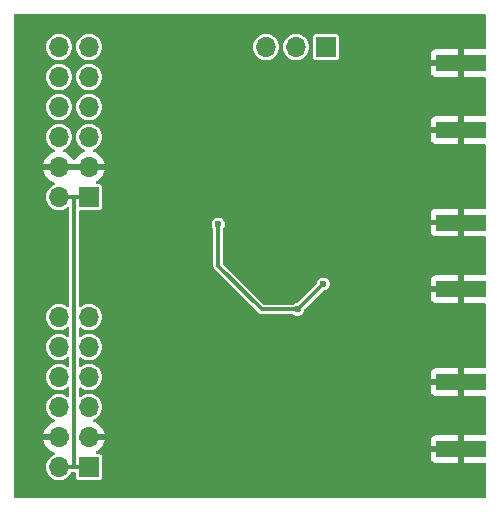
<source format=gbl>
G04 #@! TF.GenerationSoftware,KiCad,Pcbnew,7.0.8*
G04 #@! TF.CreationDate,2023-12-20T18:07:39+01:00*
G04 #@! TF.ProjectId,sx1255_eval,73783132-3535-45f6-9576-616c2e6b6963,rev?*
G04 #@! TF.SameCoordinates,Original*
G04 #@! TF.FileFunction,Copper,L2,Bot*
G04 #@! TF.FilePolarity,Positive*
%FSLAX46Y46*%
G04 Gerber Fmt 4.6, Leading zero omitted, Abs format (unit mm)*
G04 Created by KiCad (PCBNEW 7.0.8) date 2023-12-20 18:07:39*
%MOMM*%
%LPD*%
G01*
G04 APERTURE LIST*
G04 #@! TA.AperFunction,ComponentPad*
%ADD10R,1.700000X1.700000*%
G04 #@! TD*
G04 #@! TA.AperFunction,ComponentPad*
%ADD11O,1.700000X1.700000*%
G04 #@! TD*
G04 #@! TA.AperFunction,SMDPad,CuDef*
%ADD12R,4.200000X1.350000*%
G04 #@! TD*
G04 #@! TA.AperFunction,ViaPad*
%ADD13C,0.600000*%
G04 #@! TD*
G04 #@! TA.AperFunction,Conductor*
%ADD14C,0.300000*%
G04 #@! TD*
G04 APERTURE END LIST*
D10*
X131144000Y-111872000D03*
D11*
X128604000Y-111872000D03*
X131144000Y-109332000D03*
X128604000Y-109332000D03*
X131144000Y-106792000D03*
X128604000Y-106792000D03*
X131144000Y-104252000D03*
X128604000Y-104252000D03*
X131144000Y-101712000D03*
X128604000Y-101712000D03*
X131144000Y-99172000D03*
X128604000Y-99172000D03*
D12*
X162652000Y-83325000D03*
X162652000Y-77675000D03*
X162652000Y-110325000D03*
X162652000Y-104675000D03*
D10*
X151210000Y-76312000D03*
D11*
X148670000Y-76312000D03*
X146130000Y-76312000D03*
D10*
X131144000Y-89012000D03*
D11*
X128604000Y-89012000D03*
X131144000Y-86472000D03*
X128604000Y-86472000D03*
X131144000Y-83932000D03*
X128604000Y-83932000D03*
X131144000Y-81392000D03*
X128604000Y-81392000D03*
X131144000Y-78852000D03*
X128604000Y-78852000D03*
X131144000Y-76312000D03*
X128604000Y-76312000D03*
D12*
X162652000Y-96825000D03*
X162652000Y-91175000D03*
D13*
X150956000Y-96378000D03*
X148797000Y-98537000D03*
X142066000Y-91298000D03*
X156826467Y-105213043D03*
X156036000Y-94854000D03*
X158622836Y-81500000D03*
X137240000Y-85202000D03*
X135970000Y-90028000D03*
X162640000Y-76058000D03*
X156511385Y-108500000D03*
X157985575Y-94171573D03*
X157568154Y-108500000D03*
X161370000Y-84948000D03*
X130890000Y-90536000D03*
X141050000Y-91552000D03*
X152988000Y-77328000D03*
X138764000Y-85202000D03*
X146335200Y-104624460D03*
X133938000Y-90536000D03*
X162640000Y-112126000D03*
X133176000Y-110602000D03*
X156814000Y-99380000D03*
X154764935Y-103761204D03*
X155454616Y-108500000D03*
X156815205Y-96950932D03*
X152488000Y-105760000D03*
X145114000Y-93330000D03*
X155454616Y-106500000D03*
X149940000Y-93076000D03*
X145876000Y-94250000D03*
X147400000Y-79868000D03*
X146638000Y-93330000D03*
X134954000Y-98156000D03*
X136732000Y-96378000D03*
X154766000Y-100696000D03*
X161370000Y-89520000D03*
X162640000Y-98410000D03*
X145114000Y-95108000D03*
X144098000Y-76566000D03*
X152988000Y-75312000D03*
X150448000Y-98918000D03*
X162640000Y-89520000D03*
X146927584Y-107991611D03*
X153242000Y-100696000D03*
X146130000Y-103744000D03*
X156755371Y-77268157D03*
X126572000Y-86472000D03*
X139780000Y-90536000D03*
X126572000Y-78852000D03*
X147989537Y-106278799D03*
X156814000Y-100570000D03*
X163910000Y-84948000D03*
X142066000Y-103490000D03*
X152226000Y-88504000D03*
X128604000Y-95616000D03*
X139272000Y-100950000D03*
X150211065Y-103761204D03*
X149940000Y-79868000D03*
X133176000Y-109332000D03*
X146993531Y-105620467D03*
X152226000Y-85333692D03*
X162640000Y-102982000D03*
X155880255Y-105612772D03*
X133938000Y-106284000D03*
X126572000Y-108062000D03*
X144251488Y-104645743D03*
X155466022Y-78807236D03*
X161370000Y-102982000D03*
X151718000Y-97394000D03*
X163910000Y-98410000D03*
X151464000Y-78598000D03*
X142828000Y-97394000D03*
X155267475Y-75780261D03*
X157360961Y-94987534D03*
X158814000Y-100570000D03*
X152488000Y-103760000D03*
X158624924Y-106500000D03*
X158243267Y-78756053D03*
X151325000Y-105760000D03*
X146638000Y-95108000D03*
X156213640Y-79554854D03*
X126572000Y-75042000D03*
X156036000Y-97902000D03*
X159681693Y-106500000D03*
X156961257Y-80302471D03*
X150194000Y-81138000D03*
X137494000Y-102728000D03*
X158812795Y-97049068D03*
X153341077Y-106500000D03*
X158814000Y-99380000D03*
X126572000Y-87742000D03*
X156011423Y-76524209D03*
X156511385Y-106500000D03*
X133176000Y-85202000D03*
X148040680Y-104881321D03*
X149114000Y-106500000D03*
X132414000Y-92060000D03*
X154366304Y-75312000D03*
X163910000Y-89520000D03*
X152226000Y-89560769D03*
X133176000Y-108062000D03*
X152226000Y-87447230D03*
X133176000Y-87742000D03*
X152226000Y-90617538D03*
X152226000Y-84276923D03*
X152988000Y-78598000D03*
X151227539Y-106500000D03*
X135716000Y-104506000D03*
X126572000Y-77582000D03*
X153341077Y-108500000D03*
X156814000Y-98190000D03*
X162640000Y-84948000D03*
X149114000Y-108500000D03*
X159829739Y-95262419D03*
X147400000Y-78598000D03*
X153651000Y-105760000D03*
X159076417Y-96015741D03*
X150170770Y-106500000D03*
X152226000Y-83220153D03*
X153651000Y-103760000D03*
X156036000Y-93330000D03*
X158814000Y-98190000D03*
X156551585Y-102744263D03*
X157499319Y-78012105D03*
X130890000Y-93584000D03*
X161370000Y-98410000D03*
X143844000Y-99426000D03*
X154397847Y-108500000D03*
X163910000Y-102982000D03*
X155798263Y-103497585D03*
X156961232Y-95933744D03*
X157568154Y-106500000D03*
X153242000Y-92060000D03*
X159681693Y-108500000D03*
X126572000Y-110602000D03*
X154718404Y-78059618D03*
X150112935Y-105758796D03*
X145210411Y-106622028D03*
X133176000Y-99934000D03*
X149940000Y-78598000D03*
X163910000Y-112126000D03*
X145991977Y-107403593D03*
X151227539Y-108500000D03*
X143590000Y-103490000D03*
X126572000Y-76312000D03*
X135208000Y-85964000D03*
X151210000Y-82154000D03*
X156036000Y-96378000D03*
X154766000Y-92060000D03*
X128604000Y-91552000D03*
X154397847Y-106500000D03*
X158987214Y-79500000D03*
X126572000Y-109332000D03*
X126572000Y-85202000D03*
X147400032Y-103930608D03*
X148670000Y-97140000D03*
X158812796Y-101809065D03*
X151325000Y-103760000D03*
X157642428Y-104588428D03*
X161370000Y-76058000D03*
X146130000Y-78598000D03*
X157708875Y-81050089D03*
X128604000Y-93584000D03*
X158267043Y-103772467D03*
X158666772Y-102826255D03*
X152284308Y-108500000D03*
X133176000Y-86472000D03*
X153970786Y-77312000D03*
X158801536Y-93546959D03*
X158624924Y-108500000D03*
X137240000Y-86726000D03*
X147968263Y-108362514D03*
X156815204Y-101710935D03*
X159846000Y-79500000D03*
X150170770Y-108500000D03*
X148991393Y-105521971D03*
X163910000Y-76058000D03*
X140288000Y-85202000D03*
X141050000Y-99172000D03*
X152226000Y-86390461D03*
X159747747Y-93147231D03*
X144622392Y-105686422D03*
X151210000Y-91806000D03*
X156036000Y-99426000D03*
X152284308Y-106500000D03*
X159846000Y-81500000D03*
X154814000Y-105760000D03*
X161370000Y-112126000D03*
X138764000Y-89266000D03*
D14*
X142066000Y-94854000D02*
X145749000Y-98537000D01*
X129874000Y-111872000D02*
X131144000Y-111872000D01*
X150956000Y-96378000D02*
X148797000Y-98537000D01*
X145749000Y-98537000D02*
X148797000Y-98537000D01*
X131144000Y-89012000D02*
X129874000Y-89012000D01*
X142066000Y-91298000D02*
X142066000Y-94854000D01*
X129874000Y-89012000D02*
X128604000Y-89012000D01*
X129874000Y-89012000D02*
X129874000Y-111872000D01*
X128604000Y-111872000D02*
X129874000Y-111872000D01*
G04 #@! TA.AperFunction,Conductor*
G36*
X129416539Y-109101685D02*
G01*
X129462294Y-109154489D01*
X129473500Y-109206000D01*
X129473500Y-109458000D01*
X129453815Y-109525039D01*
X129401011Y-109570794D01*
X129349500Y-109582000D01*
X129037686Y-109582000D01*
X129063493Y-109541844D01*
X129104000Y-109403889D01*
X129104000Y-109260111D01*
X129063493Y-109122156D01*
X129037686Y-109082000D01*
X129349500Y-109082000D01*
X129416539Y-109101685D01*
G37*
G04 #@! TD.AperFunction*
G04 #@! TA.AperFunction,Conductor*
G36*
X130684507Y-109122156D02*
G01*
X130644000Y-109260111D01*
X130644000Y-109403889D01*
X130684507Y-109541844D01*
X130710314Y-109582000D01*
X130398500Y-109582000D01*
X130331461Y-109562315D01*
X130285706Y-109509511D01*
X130274500Y-109458000D01*
X130274500Y-109206000D01*
X130294185Y-109138961D01*
X130346989Y-109093206D01*
X130398500Y-109082000D01*
X130710314Y-109082000D01*
X130684507Y-109122156D01*
G37*
G04 #@! TD.AperFunction*
G04 #@! TA.AperFunction,Conductor*
G36*
X130684507Y-86262156D02*
G01*
X130644000Y-86400111D01*
X130644000Y-86543889D01*
X130684507Y-86681844D01*
X130710314Y-86722000D01*
X129037686Y-86722000D01*
X129063493Y-86681844D01*
X129104000Y-86543889D01*
X129104000Y-86400111D01*
X129063493Y-86262156D01*
X129037686Y-86222000D01*
X130710314Y-86222000D01*
X130684507Y-86262156D01*
G37*
G04 #@! TD.AperFunction*
G04 #@! TA.AperFunction,Conductor*
G36*
X164694539Y-73520185D02*
G01*
X164740294Y-73572989D01*
X164751500Y-73624500D01*
X164751500Y-76376000D01*
X164731815Y-76443039D01*
X164679011Y-76488794D01*
X164627500Y-76500000D01*
X162902000Y-76500000D01*
X162902000Y-78850000D01*
X164627500Y-78850000D01*
X164694539Y-78869685D01*
X164740294Y-78922489D01*
X164751500Y-78974000D01*
X164751500Y-82026000D01*
X164731815Y-82093039D01*
X164679011Y-82138794D01*
X164627500Y-82150000D01*
X162902000Y-82150000D01*
X162902000Y-84500000D01*
X164627500Y-84500000D01*
X164694539Y-84519685D01*
X164740294Y-84572489D01*
X164751500Y-84624000D01*
X164751500Y-89876000D01*
X164731815Y-89943039D01*
X164679011Y-89988794D01*
X164627500Y-90000000D01*
X162902000Y-90000000D01*
X162902000Y-92350000D01*
X164627500Y-92350000D01*
X164694539Y-92369685D01*
X164740294Y-92422489D01*
X164751500Y-92474000D01*
X164751500Y-95526000D01*
X164731815Y-95593039D01*
X164679011Y-95638794D01*
X164627500Y-95650000D01*
X162902000Y-95650000D01*
X162902000Y-98000000D01*
X164627500Y-98000000D01*
X164694539Y-98019685D01*
X164740294Y-98072489D01*
X164751500Y-98124000D01*
X164751500Y-103376000D01*
X164731815Y-103443039D01*
X164679011Y-103488794D01*
X164627500Y-103500000D01*
X162902000Y-103500000D01*
X162902000Y-105850000D01*
X164627500Y-105850000D01*
X164694539Y-105869685D01*
X164740294Y-105922489D01*
X164751500Y-105974000D01*
X164751500Y-109026000D01*
X164731815Y-109093039D01*
X164679011Y-109138794D01*
X164627500Y-109150000D01*
X162902000Y-109150000D01*
X162902000Y-111500000D01*
X164627500Y-111500000D01*
X164694539Y-111519685D01*
X164740294Y-111572489D01*
X164751500Y-111624000D01*
X164751500Y-114375500D01*
X164731815Y-114442539D01*
X164679011Y-114488294D01*
X164627500Y-114499500D01*
X124876500Y-114499500D01*
X124809461Y-114479815D01*
X124763706Y-114427011D01*
X124752500Y-114375500D01*
X124752500Y-109582000D01*
X127273364Y-109582000D01*
X127330567Y-109795486D01*
X127330570Y-109795492D01*
X127430399Y-110009578D01*
X127565894Y-110203082D01*
X127732917Y-110370105D01*
X127926421Y-110505600D01*
X128140507Y-110605429D01*
X128140516Y-110605433D01*
X128179583Y-110615901D01*
X128239244Y-110652266D01*
X128269773Y-110715113D01*
X128261479Y-110784488D01*
X128216993Y-110838366D01*
X128192284Y-110851302D01*
X128111373Y-110882647D01*
X128111357Y-110882655D01*
X127937960Y-110990017D01*
X127937958Y-110990019D01*
X127787237Y-111127418D01*
X127664327Y-111290178D01*
X127573422Y-111472739D01*
X127573417Y-111472752D01*
X127517602Y-111668917D01*
X127498785Y-111871999D01*
X127498785Y-111872000D01*
X127517602Y-112075082D01*
X127573417Y-112271247D01*
X127573422Y-112271260D01*
X127664327Y-112453821D01*
X127787237Y-112616581D01*
X127937958Y-112753980D01*
X127937960Y-112753982D01*
X128037141Y-112815392D01*
X128111363Y-112861348D01*
X128301544Y-112935024D01*
X128502024Y-112972500D01*
X128502026Y-112972500D01*
X128705974Y-112972500D01*
X128705976Y-112972500D01*
X128906456Y-112935024D01*
X129096637Y-112861348D01*
X129270041Y-112753981D01*
X129420764Y-112616579D01*
X129543673Y-112453821D01*
X129599737Y-112341228D01*
X129647239Y-112289992D01*
X129710737Y-112272500D01*
X129832725Y-112272500D01*
X129852120Y-112274026D01*
X129874000Y-112277492D01*
X129895879Y-112274026D01*
X129915275Y-112272500D01*
X129919500Y-112272500D01*
X129986539Y-112292185D01*
X130032294Y-112344989D01*
X130043500Y-112396500D01*
X130043500Y-112746678D01*
X130058032Y-112819735D01*
X130058033Y-112819739D01*
X130058034Y-112819740D01*
X130113399Y-112902601D01*
X130196260Y-112957966D01*
X130196264Y-112957967D01*
X130269321Y-112972499D01*
X130269324Y-112972500D01*
X130269326Y-112972500D01*
X132018676Y-112972500D01*
X132018677Y-112972499D01*
X132091740Y-112957966D01*
X132174601Y-112902601D01*
X132229966Y-112819740D01*
X132244500Y-112746674D01*
X132244500Y-110997326D01*
X132244500Y-110997323D01*
X132244499Y-110997321D01*
X132229967Y-110924264D01*
X132229966Y-110924260D01*
X132210190Y-110894663D01*
X132174601Y-110841399D01*
X132091740Y-110786034D01*
X132091739Y-110786033D01*
X132091735Y-110786032D01*
X132018677Y-110771500D01*
X132018674Y-110771500D01*
X131810682Y-110771500D01*
X131743643Y-110751815D01*
X131697888Y-110699011D01*
X131687944Y-110629853D01*
X131712994Y-110575000D01*
X160052000Y-110575000D01*
X160052000Y-111047844D01*
X160058401Y-111107372D01*
X160058403Y-111107379D01*
X160108645Y-111242086D01*
X160108649Y-111242093D01*
X160194809Y-111357187D01*
X160194812Y-111357190D01*
X160309906Y-111443350D01*
X160309913Y-111443354D01*
X160444620Y-111493596D01*
X160444627Y-111493598D01*
X160504155Y-111499999D01*
X160504172Y-111500000D01*
X162402000Y-111500000D01*
X162402000Y-110575000D01*
X160052000Y-110575000D01*
X131712994Y-110575000D01*
X131716969Y-110566297D01*
X131758277Y-110535118D01*
X131821578Y-110505600D01*
X132015082Y-110370105D01*
X132182105Y-110203082D01*
X132271790Y-110075000D01*
X160052000Y-110075000D01*
X162402000Y-110075000D01*
X162402000Y-109150000D01*
X160504155Y-109150000D01*
X160444627Y-109156401D01*
X160444620Y-109156403D01*
X160309913Y-109206645D01*
X160309906Y-109206649D01*
X160194812Y-109292809D01*
X160194809Y-109292812D01*
X160108649Y-109407906D01*
X160108645Y-109407913D01*
X160058403Y-109542620D01*
X160058401Y-109542627D01*
X160052000Y-109602155D01*
X160052000Y-110075000D01*
X132271790Y-110075000D01*
X132317600Y-110009578D01*
X132417429Y-109795492D01*
X132417432Y-109795486D01*
X132474636Y-109582000D01*
X131577686Y-109582000D01*
X131603493Y-109541844D01*
X131644000Y-109403889D01*
X131644000Y-109260111D01*
X131603493Y-109122156D01*
X131577686Y-109082000D01*
X132474636Y-109082000D01*
X132474635Y-109081999D01*
X132417432Y-108868513D01*
X132417429Y-108868507D01*
X132317600Y-108654422D01*
X132317599Y-108654420D01*
X132182113Y-108460926D01*
X132182108Y-108460920D01*
X132015082Y-108293894D01*
X131821578Y-108158399D01*
X131607492Y-108058570D01*
X131607477Y-108058564D01*
X131568414Y-108048097D01*
X131508754Y-108011732D01*
X131478226Y-107948885D01*
X131486521Y-107879509D01*
X131531007Y-107825632D01*
X131555710Y-107812698D01*
X131636637Y-107781348D01*
X131810041Y-107673981D01*
X131960764Y-107536579D01*
X132083673Y-107373821D01*
X132174582Y-107191250D01*
X132230397Y-106995083D01*
X132249215Y-106792000D01*
X132230397Y-106588917D01*
X132174582Y-106392750D01*
X132083673Y-106210179D01*
X131960764Y-106047421D01*
X131960762Y-106047418D01*
X131810041Y-105910019D01*
X131810039Y-105910017D01*
X131636642Y-105802655D01*
X131636635Y-105802651D01*
X131541546Y-105765814D01*
X131446456Y-105728976D01*
X131245976Y-105691500D01*
X131042024Y-105691500D01*
X130841544Y-105728976D01*
X130841541Y-105728976D01*
X130841541Y-105728977D01*
X130651364Y-105802651D01*
X130651357Y-105802655D01*
X130477960Y-105910017D01*
X130473385Y-105913473D01*
X130471760Y-105911321D01*
X130419181Y-105936926D01*
X130349798Y-105928698D01*
X130295877Y-105884265D01*
X130274538Y-105817734D01*
X130274500Y-105814663D01*
X130274500Y-105229336D01*
X130294185Y-105162297D01*
X130346989Y-105116542D01*
X130416147Y-105106598D01*
X130472143Y-105132170D01*
X130473385Y-105130527D01*
X130477960Y-105133982D01*
X130523691Y-105162297D01*
X130651363Y-105241348D01*
X130841544Y-105315024D01*
X131042024Y-105352500D01*
X131042026Y-105352500D01*
X131245974Y-105352500D01*
X131245976Y-105352500D01*
X131446456Y-105315024D01*
X131636637Y-105241348D01*
X131810041Y-105133981D01*
X131960764Y-104996579D01*
X132014818Y-104925000D01*
X160052000Y-104925000D01*
X160052000Y-105397844D01*
X160058401Y-105457372D01*
X160058403Y-105457379D01*
X160108645Y-105592086D01*
X160108649Y-105592093D01*
X160194809Y-105707187D01*
X160194812Y-105707190D01*
X160309906Y-105793350D01*
X160309913Y-105793354D01*
X160444620Y-105843596D01*
X160444627Y-105843598D01*
X160504155Y-105849999D01*
X160504172Y-105850000D01*
X162402000Y-105850000D01*
X162402000Y-104925000D01*
X160052000Y-104925000D01*
X132014818Y-104925000D01*
X132083673Y-104833821D01*
X132174582Y-104651250D01*
X132230397Y-104455083D01*
X132233185Y-104425000D01*
X160052000Y-104425000D01*
X162402000Y-104425000D01*
X162402000Y-103500000D01*
X160504155Y-103500000D01*
X160444627Y-103506401D01*
X160444620Y-103506403D01*
X160309913Y-103556645D01*
X160309906Y-103556649D01*
X160194812Y-103642809D01*
X160194809Y-103642812D01*
X160108649Y-103757906D01*
X160108645Y-103757913D01*
X160058403Y-103892620D01*
X160058401Y-103892627D01*
X160052000Y-103952155D01*
X160052000Y-104425000D01*
X132233185Y-104425000D01*
X132249215Y-104252000D01*
X132230397Y-104048917D01*
X132174582Y-103852750D01*
X132083673Y-103670179D01*
X131960764Y-103507421D01*
X131960762Y-103507418D01*
X131810041Y-103370019D01*
X131810039Y-103370017D01*
X131636642Y-103262655D01*
X131636635Y-103262651D01*
X131541546Y-103225814D01*
X131446456Y-103188976D01*
X131245976Y-103151500D01*
X131042024Y-103151500D01*
X130841544Y-103188976D01*
X130841541Y-103188976D01*
X130841541Y-103188977D01*
X130651364Y-103262651D01*
X130651357Y-103262655D01*
X130477960Y-103370017D01*
X130473385Y-103373473D01*
X130471760Y-103371321D01*
X130419181Y-103396926D01*
X130349798Y-103388698D01*
X130295877Y-103344265D01*
X130274538Y-103277734D01*
X130274500Y-103274663D01*
X130274500Y-102689336D01*
X130294185Y-102622297D01*
X130346989Y-102576542D01*
X130416147Y-102566598D01*
X130472143Y-102592170D01*
X130473385Y-102590527D01*
X130477960Y-102593982D01*
X130523691Y-102622297D01*
X130651363Y-102701348D01*
X130841544Y-102775024D01*
X131042024Y-102812500D01*
X131042026Y-102812500D01*
X131245974Y-102812500D01*
X131245976Y-102812500D01*
X131446456Y-102775024D01*
X131636637Y-102701348D01*
X131810041Y-102593981D01*
X131960764Y-102456579D01*
X132083673Y-102293821D01*
X132174582Y-102111250D01*
X132230397Y-101915083D01*
X132249215Y-101712000D01*
X132230397Y-101508917D01*
X132174582Y-101312750D01*
X132083673Y-101130179D01*
X131960764Y-100967421D01*
X131960762Y-100967418D01*
X131810041Y-100830019D01*
X131810039Y-100830017D01*
X131636642Y-100722655D01*
X131636635Y-100722651D01*
X131541546Y-100685814D01*
X131446456Y-100648976D01*
X131245976Y-100611500D01*
X131042024Y-100611500D01*
X130841544Y-100648976D01*
X130841541Y-100648976D01*
X130841541Y-100648977D01*
X130651364Y-100722651D01*
X130651357Y-100722655D01*
X130477960Y-100830017D01*
X130473385Y-100833473D01*
X130471760Y-100831321D01*
X130419181Y-100856926D01*
X130349798Y-100848698D01*
X130295877Y-100804265D01*
X130274538Y-100737734D01*
X130274500Y-100734663D01*
X130274500Y-100149336D01*
X130294185Y-100082297D01*
X130346989Y-100036542D01*
X130416147Y-100026598D01*
X130472143Y-100052170D01*
X130473385Y-100050527D01*
X130477960Y-100053982D01*
X130523691Y-100082297D01*
X130651363Y-100161348D01*
X130841544Y-100235024D01*
X131042024Y-100272500D01*
X131042026Y-100272500D01*
X131245974Y-100272500D01*
X131245976Y-100272500D01*
X131446456Y-100235024D01*
X131636637Y-100161348D01*
X131810041Y-100053981D01*
X131960764Y-99916579D01*
X132083673Y-99753821D01*
X132174582Y-99571250D01*
X132230397Y-99375083D01*
X132249215Y-99172000D01*
X132230397Y-98968917D01*
X132174582Y-98772750D01*
X132083673Y-98590179D01*
X131960764Y-98427421D01*
X131960762Y-98427418D01*
X131810041Y-98290019D01*
X131810039Y-98290017D01*
X131636642Y-98182655D01*
X131636635Y-98182651D01*
X131516394Y-98136070D01*
X131446456Y-98108976D01*
X131245976Y-98071500D01*
X131042024Y-98071500D01*
X130841544Y-98108976D01*
X130841541Y-98108976D01*
X130841541Y-98108977D01*
X130651364Y-98182651D01*
X130651357Y-98182655D01*
X130477960Y-98290017D01*
X130473385Y-98293473D01*
X130471760Y-98291321D01*
X130419181Y-98316926D01*
X130349798Y-98308698D01*
X130295877Y-98264265D01*
X130274538Y-98197734D01*
X130274500Y-98194663D01*
X130274500Y-91298000D01*
X141510750Y-91298000D01*
X141529670Y-91441708D01*
X141529671Y-91441712D01*
X141585138Y-91575623D01*
X141585139Y-91575625D01*
X141639875Y-91646957D01*
X141665070Y-91712125D01*
X141665500Y-91722444D01*
X141665500Y-94917429D01*
X141665501Y-94917439D01*
X141672346Y-94938507D01*
X141676887Y-94957418D01*
X141680354Y-94979304D01*
X141680355Y-94979307D01*
X141690412Y-94999045D01*
X141697857Y-95017018D01*
X141704704Y-95038090D01*
X141717726Y-95056014D01*
X141727890Y-95072600D01*
X141737950Y-95092342D01*
X141758864Y-95113256D01*
X141758893Y-95113287D01*
X145490225Y-98844619D01*
X145490247Y-98844639D01*
X145510658Y-98865050D01*
X145530389Y-98875103D01*
X145546976Y-98885266D01*
X145564911Y-98898297D01*
X145585985Y-98905144D01*
X145603953Y-98912586D01*
X145623696Y-98922646D01*
X145645582Y-98926112D01*
X145664489Y-98930651D01*
X145685567Y-98937500D01*
X145717481Y-98937500D01*
X148372554Y-98937500D01*
X148439593Y-98957185D01*
X148448040Y-98963124D01*
X148455590Y-98968917D01*
X148519375Y-99017861D01*
X148653291Y-99073330D01*
X148780280Y-99090048D01*
X148796999Y-99092250D01*
X148797000Y-99092250D01*
X148797001Y-99092250D01*
X148811977Y-99090278D01*
X148940709Y-99073330D01*
X149074625Y-99017861D01*
X149189621Y-98929621D01*
X149277861Y-98814625D01*
X149333330Y-98680709D01*
X149345066Y-98591562D01*
X149373331Y-98527668D01*
X149380311Y-98520080D01*
X150825391Y-97075000D01*
X160052000Y-97075000D01*
X160052000Y-97547844D01*
X160058401Y-97607372D01*
X160058403Y-97607379D01*
X160108645Y-97742086D01*
X160108649Y-97742093D01*
X160194809Y-97857187D01*
X160194812Y-97857190D01*
X160309906Y-97943350D01*
X160309913Y-97943354D01*
X160444620Y-97993596D01*
X160444627Y-97993598D01*
X160504155Y-97999999D01*
X160504172Y-98000000D01*
X162402000Y-98000000D01*
X162402000Y-97075000D01*
X160052000Y-97075000D01*
X150825391Y-97075000D01*
X150939070Y-96961321D01*
X151000391Y-96927838D01*
X151010545Y-96926068D01*
X151099709Y-96914330D01*
X151233625Y-96858861D01*
X151348621Y-96770621D01*
X151436861Y-96655625D01*
X151470256Y-96575000D01*
X160052000Y-96575000D01*
X162402000Y-96575000D01*
X162402000Y-95650000D01*
X160504155Y-95650000D01*
X160444627Y-95656401D01*
X160444620Y-95656403D01*
X160309913Y-95706645D01*
X160309906Y-95706649D01*
X160194812Y-95792809D01*
X160194809Y-95792812D01*
X160108649Y-95907906D01*
X160108645Y-95907913D01*
X160058403Y-96042620D01*
X160058401Y-96042627D01*
X160052000Y-96102155D01*
X160052000Y-96575000D01*
X151470256Y-96575000D01*
X151492330Y-96521709D01*
X151511250Y-96378000D01*
X151509560Y-96365167D01*
X151504066Y-96323436D01*
X151492330Y-96234291D01*
X151436861Y-96100375D01*
X151348621Y-95985379D01*
X151233625Y-95897139D01*
X151233624Y-95897138D01*
X151233622Y-95897137D01*
X151099712Y-95841671D01*
X151099710Y-95841670D01*
X151099709Y-95841670D01*
X151027854Y-95832210D01*
X150956001Y-95822750D01*
X150955999Y-95822750D01*
X150812291Y-95841670D01*
X150812287Y-95841671D01*
X150678377Y-95897137D01*
X150563379Y-95985379D01*
X150475137Y-96100377D01*
X150419670Y-96234289D01*
X150407933Y-96323436D01*
X150379666Y-96387332D01*
X150372675Y-96394930D01*
X148813930Y-97953675D01*
X148752607Y-97987160D01*
X148742436Y-97988933D01*
X148653289Y-98000670D01*
X148519376Y-98056138D01*
X148519374Y-98056139D01*
X148448040Y-98110876D01*
X148382871Y-98136070D01*
X148372554Y-98136500D01*
X145966255Y-98136500D01*
X145899216Y-98116815D01*
X145878574Y-98100181D01*
X142502819Y-94724426D01*
X142469334Y-94663103D01*
X142466500Y-94636745D01*
X142466500Y-91722444D01*
X142486185Y-91655405D01*
X142492125Y-91646957D01*
X142546861Y-91575625D01*
X142602330Y-91441709D01*
X142604530Y-91425000D01*
X160052000Y-91425000D01*
X160052000Y-91897844D01*
X160058401Y-91957372D01*
X160058403Y-91957379D01*
X160108645Y-92092086D01*
X160108649Y-92092093D01*
X160194809Y-92207187D01*
X160194812Y-92207190D01*
X160309906Y-92293350D01*
X160309913Y-92293354D01*
X160444620Y-92343596D01*
X160444627Y-92343598D01*
X160504155Y-92349999D01*
X160504172Y-92350000D01*
X162402000Y-92350000D01*
X162402000Y-91425000D01*
X160052000Y-91425000D01*
X142604530Y-91425000D01*
X142621250Y-91298000D01*
X142602330Y-91154291D01*
X142546861Y-91020375D01*
X142473677Y-90925000D01*
X160052000Y-90925000D01*
X162402000Y-90925000D01*
X162402000Y-90000000D01*
X160504155Y-90000000D01*
X160444627Y-90006401D01*
X160444620Y-90006403D01*
X160309913Y-90056645D01*
X160309906Y-90056649D01*
X160194812Y-90142809D01*
X160194809Y-90142812D01*
X160108649Y-90257906D01*
X160108645Y-90257913D01*
X160058403Y-90392620D01*
X160058401Y-90392627D01*
X160052000Y-90452155D01*
X160052000Y-90925000D01*
X142473677Y-90925000D01*
X142458621Y-90905379D01*
X142343625Y-90817139D01*
X142343624Y-90817138D01*
X142343622Y-90817137D01*
X142209712Y-90761671D01*
X142209710Y-90761670D01*
X142209709Y-90761670D01*
X142137854Y-90752210D01*
X142066001Y-90742750D01*
X142065999Y-90742750D01*
X141922291Y-90761670D01*
X141922287Y-90761671D01*
X141788377Y-90817137D01*
X141673379Y-90905379D01*
X141585137Y-91020377D01*
X141529671Y-91154287D01*
X141529670Y-91154291D01*
X141510750Y-91297999D01*
X141510750Y-91298000D01*
X130274500Y-91298000D01*
X130274500Y-90236500D01*
X130294185Y-90169461D01*
X130346989Y-90123706D01*
X130398500Y-90112500D01*
X132018676Y-90112500D01*
X132018677Y-90112499D01*
X132091740Y-90097966D01*
X132174601Y-90042601D01*
X132229966Y-89959740D01*
X132244500Y-89886674D01*
X132244500Y-88137326D01*
X132244500Y-88137323D01*
X132244499Y-88137321D01*
X132229967Y-88064264D01*
X132229966Y-88064260D01*
X132174601Y-87981399D01*
X132091740Y-87926034D01*
X132091739Y-87926033D01*
X132091735Y-87926032D01*
X132018677Y-87911500D01*
X132018674Y-87911500D01*
X131810682Y-87911500D01*
X131743643Y-87891815D01*
X131697888Y-87839011D01*
X131687944Y-87769853D01*
X131716969Y-87706297D01*
X131758277Y-87675118D01*
X131821578Y-87645600D01*
X132015082Y-87510105D01*
X132182105Y-87343082D01*
X132317600Y-87149578D01*
X132417429Y-86935492D01*
X132417432Y-86935486D01*
X132474636Y-86722000D01*
X131577686Y-86722000D01*
X131603493Y-86681844D01*
X131644000Y-86543889D01*
X131644000Y-86400111D01*
X131603493Y-86262156D01*
X131577686Y-86222000D01*
X132474636Y-86222000D01*
X132474635Y-86221999D01*
X132417432Y-86008513D01*
X132417429Y-86008507D01*
X132317600Y-85794422D01*
X132317599Y-85794420D01*
X132182113Y-85600926D01*
X132182108Y-85600920D01*
X132015082Y-85433894D01*
X131821578Y-85298399D01*
X131607492Y-85198570D01*
X131607477Y-85198564D01*
X131568414Y-85188097D01*
X131508754Y-85151732D01*
X131478226Y-85088885D01*
X131486521Y-85019509D01*
X131531007Y-84965632D01*
X131555710Y-84952698D01*
X131636637Y-84921348D01*
X131810041Y-84813981D01*
X131960764Y-84676579D01*
X132083673Y-84513821D01*
X132174582Y-84331250D01*
X132230397Y-84135083D01*
X132249215Y-83932000D01*
X132230397Y-83728917D01*
X132186603Y-83575000D01*
X160052000Y-83575000D01*
X160052000Y-84047844D01*
X160058401Y-84107372D01*
X160058403Y-84107379D01*
X160108645Y-84242086D01*
X160108649Y-84242093D01*
X160194809Y-84357187D01*
X160194812Y-84357190D01*
X160309906Y-84443350D01*
X160309913Y-84443354D01*
X160444620Y-84493596D01*
X160444627Y-84493598D01*
X160504155Y-84499999D01*
X160504172Y-84500000D01*
X162402000Y-84500000D01*
X162402000Y-83575000D01*
X160052000Y-83575000D01*
X132186603Y-83575000D01*
X132174582Y-83532750D01*
X132083673Y-83350179D01*
X131960764Y-83187421D01*
X131960762Y-83187418D01*
X131837444Y-83075000D01*
X160052000Y-83075000D01*
X162402000Y-83075000D01*
X162402000Y-82150000D01*
X160504155Y-82150000D01*
X160444627Y-82156401D01*
X160444620Y-82156403D01*
X160309913Y-82206645D01*
X160309906Y-82206649D01*
X160194812Y-82292809D01*
X160194809Y-82292812D01*
X160108649Y-82407906D01*
X160108645Y-82407913D01*
X160058403Y-82542620D01*
X160058401Y-82542627D01*
X160052000Y-82602155D01*
X160052000Y-83075000D01*
X131837444Y-83075000D01*
X131810041Y-83050019D01*
X131810039Y-83050017D01*
X131636642Y-82942655D01*
X131636635Y-82942651D01*
X131541546Y-82905814D01*
X131446456Y-82868976D01*
X131245976Y-82831500D01*
X131042024Y-82831500D01*
X130841544Y-82868976D01*
X130841541Y-82868976D01*
X130841541Y-82868977D01*
X130651364Y-82942651D01*
X130651357Y-82942655D01*
X130477960Y-83050017D01*
X130477958Y-83050019D01*
X130327237Y-83187418D01*
X130204327Y-83350178D01*
X130113422Y-83532739D01*
X130113417Y-83532752D01*
X130057602Y-83728917D01*
X130038785Y-83931999D01*
X130038785Y-83932000D01*
X130057602Y-84135082D01*
X130113417Y-84331247D01*
X130113422Y-84331260D01*
X130204327Y-84513821D01*
X130327237Y-84676581D01*
X130477958Y-84813980D01*
X130477960Y-84813982D01*
X130577141Y-84875392D01*
X130651363Y-84921348D01*
X130732283Y-84952696D01*
X130787685Y-84995269D01*
X130811276Y-85061035D01*
X130795565Y-85129116D01*
X130745542Y-85177895D01*
X130719586Y-85188097D01*
X130680519Y-85198565D01*
X130680507Y-85198570D01*
X130466422Y-85298399D01*
X130466420Y-85298400D01*
X130272926Y-85433886D01*
X130272920Y-85433891D01*
X130105891Y-85600920D01*
X130105890Y-85600922D01*
X129975575Y-85787031D01*
X129920998Y-85830655D01*
X129851499Y-85837848D01*
X129789145Y-85806326D01*
X129772425Y-85787031D01*
X129642109Y-85600922D01*
X129642108Y-85600920D01*
X129475082Y-85433894D01*
X129281578Y-85298399D01*
X129067492Y-85198570D01*
X129067477Y-85198564D01*
X129028414Y-85188097D01*
X128968754Y-85151732D01*
X128938226Y-85088885D01*
X128946521Y-85019509D01*
X128991007Y-84965632D01*
X129015710Y-84952698D01*
X129096637Y-84921348D01*
X129270041Y-84813981D01*
X129420764Y-84676579D01*
X129543673Y-84513821D01*
X129634582Y-84331250D01*
X129690397Y-84135083D01*
X129709215Y-83932000D01*
X129690397Y-83728917D01*
X129634582Y-83532750D01*
X129543673Y-83350179D01*
X129420764Y-83187421D01*
X129420762Y-83187418D01*
X129270041Y-83050019D01*
X129270039Y-83050017D01*
X129096642Y-82942655D01*
X129096635Y-82942651D01*
X129001546Y-82905814D01*
X128906456Y-82868976D01*
X128705976Y-82831500D01*
X128502024Y-82831500D01*
X128301544Y-82868976D01*
X128301541Y-82868976D01*
X128301541Y-82868977D01*
X128111364Y-82942651D01*
X128111357Y-82942655D01*
X127937960Y-83050017D01*
X127937958Y-83050019D01*
X127787237Y-83187418D01*
X127664327Y-83350178D01*
X127573422Y-83532739D01*
X127573417Y-83532752D01*
X127517602Y-83728917D01*
X127498785Y-83931999D01*
X127498785Y-83932000D01*
X127517602Y-84135082D01*
X127573417Y-84331247D01*
X127573422Y-84331260D01*
X127664327Y-84513821D01*
X127787237Y-84676581D01*
X127937958Y-84813980D01*
X127937960Y-84813982D01*
X128037141Y-84875392D01*
X128111363Y-84921348D01*
X128192283Y-84952696D01*
X128247685Y-84995269D01*
X128271276Y-85061035D01*
X128255565Y-85129116D01*
X128205542Y-85177895D01*
X128179586Y-85188097D01*
X128140519Y-85198565D01*
X128140507Y-85198570D01*
X127926422Y-85298399D01*
X127926420Y-85298400D01*
X127732926Y-85433886D01*
X127732920Y-85433891D01*
X127565891Y-85600920D01*
X127565886Y-85600926D01*
X127430400Y-85794420D01*
X127430399Y-85794422D01*
X127330570Y-86008507D01*
X127330567Y-86008513D01*
X127273364Y-86221999D01*
X127273364Y-86222000D01*
X128170314Y-86222000D01*
X128144507Y-86262156D01*
X128104000Y-86400111D01*
X128104000Y-86543889D01*
X128144507Y-86681844D01*
X128170314Y-86722000D01*
X127273364Y-86722000D01*
X127330567Y-86935486D01*
X127330570Y-86935492D01*
X127430399Y-87149578D01*
X127565894Y-87343082D01*
X127732917Y-87510105D01*
X127926421Y-87645600D01*
X128140507Y-87745429D01*
X128140516Y-87745433D01*
X128179583Y-87755901D01*
X128239244Y-87792266D01*
X128269773Y-87855113D01*
X128261479Y-87924488D01*
X128216993Y-87978366D01*
X128192284Y-87991302D01*
X128111373Y-88022647D01*
X128111357Y-88022655D01*
X127937960Y-88130017D01*
X127937958Y-88130019D01*
X127787237Y-88267418D01*
X127664327Y-88430178D01*
X127573422Y-88612739D01*
X127573417Y-88612752D01*
X127517602Y-88808917D01*
X127498785Y-89011999D01*
X127498785Y-89012000D01*
X127517602Y-89215082D01*
X127573417Y-89411247D01*
X127573422Y-89411260D01*
X127664327Y-89593821D01*
X127787237Y-89756581D01*
X127937958Y-89893980D01*
X127937960Y-89893982D01*
X128037141Y-89955392D01*
X128111363Y-90001348D01*
X128301544Y-90075024D01*
X128502024Y-90112500D01*
X128502026Y-90112500D01*
X128705974Y-90112500D01*
X128705976Y-90112500D01*
X128906456Y-90075024D01*
X129096637Y-90001348D01*
X129270041Y-89893981D01*
X129270044Y-89893978D01*
X129274615Y-89890527D01*
X129276288Y-89892743D01*
X129328395Y-89867145D01*
X129397806Y-89875132D01*
X129451881Y-89919378D01*
X129473451Y-89985835D01*
X129473500Y-89989336D01*
X129473500Y-98194663D01*
X129453815Y-98261702D01*
X129401011Y-98307457D01*
X129331853Y-98317401D01*
X129275856Y-98291828D01*
X129274615Y-98293473D01*
X129270039Y-98290017D01*
X129096642Y-98182655D01*
X129096635Y-98182651D01*
X128976394Y-98136070D01*
X128906456Y-98108976D01*
X128705976Y-98071500D01*
X128502024Y-98071500D01*
X128301544Y-98108976D01*
X128301541Y-98108976D01*
X128301541Y-98108977D01*
X128111364Y-98182651D01*
X128111357Y-98182655D01*
X127937960Y-98290017D01*
X127937958Y-98290019D01*
X127787237Y-98427418D01*
X127664327Y-98590178D01*
X127573422Y-98772739D01*
X127573417Y-98772752D01*
X127517602Y-98968917D01*
X127498785Y-99171999D01*
X127498785Y-99172000D01*
X127517602Y-99375082D01*
X127573417Y-99571247D01*
X127573422Y-99571260D01*
X127664327Y-99753821D01*
X127787237Y-99916581D01*
X127907921Y-100026598D01*
X127935972Y-100052170D01*
X127937958Y-100053980D01*
X127937960Y-100053982D01*
X127983691Y-100082297D01*
X128111363Y-100161348D01*
X128301544Y-100235024D01*
X128502024Y-100272500D01*
X128502026Y-100272500D01*
X128705974Y-100272500D01*
X128705976Y-100272500D01*
X128906456Y-100235024D01*
X129096637Y-100161348D01*
X129270041Y-100053981D01*
X129270044Y-100053978D01*
X129274615Y-100050527D01*
X129276288Y-100052743D01*
X129328395Y-100027145D01*
X129397806Y-100035132D01*
X129451881Y-100079378D01*
X129473451Y-100145835D01*
X129473500Y-100149336D01*
X129473500Y-100734663D01*
X129453815Y-100801702D01*
X129401011Y-100847457D01*
X129331853Y-100857401D01*
X129275856Y-100831828D01*
X129274615Y-100833473D01*
X129270039Y-100830017D01*
X129096642Y-100722655D01*
X129096635Y-100722651D01*
X129001546Y-100685814D01*
X128906456Y-100648976D01*
X128705976Y-100611500D01*
X128502024Y-100611500D01*
X128301544Y-100648976D01*
X128301541Y-100648976D01*
X128301541Y-100648977D01*
X128111364Y-100722651D01*
X128111357Y-100722655D01*
X127937960Y-100830017D01*
X127937958Y-100830019D01*
X127787237Y-100967418D01*
X127664327Y-101130178D01*
X127573422Y-101312739D01*
X127573417Y-101312752D01*
X127517602Y-101508917D01*
X127498785Y-101711999D01*
X127498785Y-101712000D01*
X127517602Y-101915082D01*
X127573417Y-102111247D01*
X127573422Y-102111260D01*
X127664327Y-102293821D01*
X127787237Y-102456581D01*
X127907921Y-102566598D01*
X127935972Y-102592170D01*
X127937958Y-102593980D01*
X127937960Y-102593982D01*
X127983691Y-102622297D01*
X128111363Y-102701348D01*
X128301544Y-102775024D01*
X128502024Y-102812500D01*
X128502026Y-102812500D01*
X128705974Y-102812500D01*
X128705976Y-102812500D01*
X128906456Y-102775024D01*
X129096637Y-102701348D01*
X129270041Y-102593981D01*
X129270044Y-102593978D01*
X129274615Y-102590527D01*
X129276288Y-102592743D01*
X129328395Y-102567145D01*
X129397806Y-102575132D01*
X129451881Y-102619378D01*
X129473451Y-102685835D01*
X129473500Y-102689336D01*
X129473500Y-103274663D01*
X129453815Y-103341702D01*
X129401011Y-103387457D01*
X129331853Y-103397401D01*
X129275856Y-103371828D01*
X129274615Y-103373473D01*
X129270039Y-103370017D01*
X129096642Y-103262655D01*
X129096635Y-103262651D01*
X129001546Y-103225814D01*
X128906456Y-103188976D01*
X128705976Y-103151500D01*
X128502024Y-103151500D01*
X128301544Y-103188976D01*
X128301541Y-103188976D01*
X128301541Y-103188977D01*
X128111364Y-103262651D01*
X128111357Y-103262655D01*
X127937960Y-103370017D01*
X127937958Y-103370019D01*
X127787237Y-103507418D01*
X127664327Y-103670178D01*
X127573422Y-103852739D01*
X127573417Y-103852752D01*
X127517602Y-104048917D01*
X127498785Y-104251999D01*
X127498785Y-104252000D01*
X127517602Y-104455082D01*
X127573417Y-104651247D01*
X127573422Y-104651260D01*
X127664327Y-104833821D01*
X127787237Y-104996581D01*
X127907921Y-105106598D01*
X127935972Y-105132170D01*
X127937958Y-105133980D01*
X127937960Y-105133982D01*
X127983691Y-105162297D01*
X128111363Y-105241348D01*
X128301544Y-105315024D01*
X128502024Y-105352500D01*
X128502026Y-105352500D01*
X128705974Y-105352500D01*
X128705976Y-105352500D01*
X128906456Y-105315024D01*
X129096637Y-105241348D01*
X129270041Y-105133981D01*
X129270044Y-105133978D01*
X129274615Y-105130527D01*
X129276288Y-105132743D01*
X129328395Y-105107145D01*
X129397806Y-105115132D01*
X129451881Y-105159378D01*
X129473451Y-105225835D01*
X129473500Y-105229336D01*
X129473500Y-105814663D01*
X129453815Y-105881702D01*
X129401011Y-105927457D01*
X129331853Y-105937401D01*
X129275856Y-105911828D01*
X129274615Y-105913473D01*
X129270039Y-105910017D01*
X129096642Y-105802655D01*
X129096635Y-105802651D01*
X129001546Y-105765814D01*
X128906456Y-105728976D01*
X128705976Y-105691500D01*
X128502024Y-105691500D01*
X128301544Y-105728976D01*
X128301541Y-105728976D01*
X128301541Y-105728977D01*
X128111364Y-105802651D01*
X128111357Y-105802655D01*
X127937960Y-105910017D01*
X127937958Y-105910019D01*
X127787237Y-106047418D01*
X127664327Y-106210178D01*
X127573422Y-106392739D01*
X127573417Y-106392752D01*
X127517602Y-106588917D01*
X127498785Y-106791999D01*
X127498785Y-106792000D01*
X127517602Y-106995082D01*
X127573417Y-107191247D01*
X127573422Y-107191260D01*
X127664327Y-107373821D01*
X127787237Y-107536581D01*
X127907921Y-107646598D01*
X127935972Y-107672170D01*
X127937958Y-107673980D01*
X127937960Y-107673982D01*
X127983691Y-107702297D01*
X128111363Y-107781348D01*
X128192283Y-107812696D01*
X128247685Y-107855269D01*
X128271276Y-107921035D01*
X128255565Y-107989116D01*
X128205542Y-108037895D01*
X128179586Y-108048097D01*
X128140519Y-108058565D01*
X128140507Y-108058570D01*
X127926422Y-108158399D01*
X127926420Y-108158400D01*
X127732926Y-108293886D01*
X127732920Y-108293891D01*
X127565891Y-108460920D01*
X127565886Y-108460926D01*
X127430400Y-108654420D01*
X127430399Y-108654422D01*
X127330570Y-108868507D01*
X127330567Y-108868513D01*
X127273364Y-109081999D01*
X127273364Y-109082000D01*
X128170314Y-109082000D01*
X128144507Y-109122156D01*
X128104000Y-109260111D01*
X128104000Y-109403889D01*
X128144507Y-109541844D01*
X128170314Y-109582000D01*
X127273364Y-109582000D01*
X124752500Y-109582000D01*
X124752500Y-81392000D01*
X127498785Y-81392000D01*
X127517602Y-81595082D01*
X127573417Y-81791247D01*
X127573422Y-81791260D01*
X127664327Y-81973821D01*
X127787237Y-82136581D01*
X127937958Y-82273980D01*
X127937960Y-82273982D01*
X127968367Y-82292809D01*
X128111363Y-82381348D01*
X128301544Y-82455024D01*
X128502024Y-82492500D01*
X128502026Y-82492500D01*
X128705974Y-82492500D01*
X128705976Y-82492500D01*
X128906456Y-82455024D01*
X129096637Y-82381348D01*
X129270041Y-82273981D01*
X129420764Y-82136579D01*
X129543673Y-81973821D01*
X129634582Y-81791250D01*
X129690397Y-81595083D01*
X129709215Y-81392000D01*
X130038785Y-81392000D01*
X130057602Y-81595082D01*
X130113417Y-81791247D01*
X130113422Y-81791260D01*
X130204327Y-81973821D01*
X130327237Y-82136581D01*
X130477958Y-82273980D01*
X130477960Y-82273982D01*
X130508367Y-82292809D01*
X130651363Y-82381348D01*
X130841544Y-82455024D01*
X131042024Y-82492500D01*
X131042026Y-82492500D01*
X131245974Y-82492500D01*
X131245976Y-82492500D01*
X131446456Y-82455024D01*
X131636637Y-82381348D01*
X131810041Y-82273981D01*
X131960764Y-82136579D01*
X132083673Y-81973821D01*
X132174582Y-81791250D01*
X132230397Y-81595083D01*
X132249215Y-81392000D01*
X132230397Y-81188917D01*
X132174582Y-80992750D01*
X132083673Y-80810179D01*
X131960764Y-80647421D01*
X131960762Y-80647418D01*
X131810041Y-80510019D01*
X131810039Y-80510017D01*
X131636642Y-80402655D01*
X131636635Y-80402651D01*
X131541546Y-80365814D01*
X131446456Y-80328976D01*
X131245976Y-80291500D01*
X131042024Y-80291500D01*
X130841544Y-80328976D01*
X130841541Y-80328976D01*
X130841541Y-80328977D01*
X130651364Y-80402651D01*
X130651357Y-80402655D01*
X130477960Y-80510017D01*
X130477958Y-80510019D01*
X130327237Y-80647418D01*
X130204327Y-80810178D01*
X130113422Y-80992739D01*
X130113417Y-80992752D01*
X130057602Y-81188917D01*
X130038785Y-81391999D01*
X130038785Y-81392000D01*
X129709215Y-81392000D01*
X129690397Y-81188917D01*
X129634582Y-80992750D01*
X129543673Y-80810179D01*
X129420764Y-80647421D01*
X129420762Y-80647418D01*
X129270041Y-80510019D01*
X129270039Y-80510017D01*
X129096642Y-80402655D01*
X129096635Y-80402651D01*
X129001546Y-80365814D01*
X128906456Y-80328976D01*
X128705976Y-80291500D01*
X128502024Y-80291500D01*
X128301544Y-80328976D01*
X128301541Y-80328976D01*
X128301541Y-80328977D01*
X128111364Y-80402651D01*
X128111357Y-80402655D01*
X127937960Y-80510017D01*
X127937958Y-80510019D01*
X127787237Y-80647418D01*
X127664327Y-80810178D01*
X127573422Y-80992739D01*
X127573417Y-80992752D01*
X127517602Y-81188917D01*
X127498785Y-81391999D01*
X127498785Y-81392000D01*
X124752500Y-81392000D01*
X124752500Y-78852000D01*
X127498785Y-78852000D01*
X127517602Y-79055082D01*
X127573417Y-79251247D01*
X127573422Y-79251260D01*
X127664327Y-79433821D01*
X127787237Y-79596581D01*
X127937958Y-79733980D01*
X127937960Y-79733982D01*
X128037141Y-79795392D01*
X128111363Y-79841348D01*
X128301544Y-79915024D01*
X128502024Y-79952500D01*
X128502026Y-79952500D01*
X128705974Y-79952500D01*
X128705976Y-79952500D01*
X128906456Y-79915024D01*
X129096637Y-79841348D01*
X129270041Y-79733981D01*
X129420764Y-79596579D01*
X129543673Y-79433821D01*
X129634582Y-79251250D01*
X129690397Y-79055083D01*
X129709215Y-78852000D01*
X130038785Y-78852000D01*
X130057602Y-79055082D01*
X130113417Y-79251247D01*
X130113422Y-79251260D01*
X130204327Y-79433821D01*
X130327237Y-79596581D01*
X130477958Y-79733980D01*
X130477960Y-79733982D01*
X130577141Y-79795392D01*
X130651363Y-79841348D01*
X130841544Y-79915024D01*
X131042024Y-79952500D01*
X131042026Y-79952500D01*
X131245974Y-79952500D01*
X131245976Y-79952500D01*
X131446456Y-79915024D01*
X131636637Y-79841348D01*
X131810041Y-79733981D01*
X131960764Y-79596579D01*
X132083673Y-79433821D01*
X132174582Y-79251250D01*
X132230397Y-79055083D01*
X132249215Y-78852000D01*
X132248436Y-78843598D01*
X132230397Y-78648917D01*
X132175897Y-78457372D01*
X132174582Y-78452750D01*
X132083673Y-78270179D01*
X131960764Y-78107421D01*
X131960762Y-78107418D01*
X131810041Y-77970019D01*
X131810039Y-77970017D01*
X131737333Y-77925000D01*
X160052000Y-77925000D01*
X160052000Y-78397844D01*
X160058401Y-78457372D01*
X160058403Y-78457379D01*
X160108645Y-78592086D01*
X160108649Y-78592093D01*
X160194809Y-78707187D01*
X160194812Y-78707190D01*
X160309906Y-78793350D01*
X160309913Y-78793354D01*
X160444620Y-78843596D01*
X160444627Y-78843598D01*
X160504155Y-78849999D01*
X160504172Y-78850000D01*
X162402000Y-78850000D01*
X162402000Y-77925000D01*
X160052000Y-77925000D01*
X131737333Y-77925000D01*
X131636642Y-77862655D01*
X131636635Y-77862651D01*
X131541546Y-77825814D01*
X131446456Y-77788976D01*
X131245976Y-77751500D01*
X131042024Y-77751500D01*
X130841544Y-77788976D01*
X130841541Y-77788976D01*
X130841541Y-77788977D01*
X130651364Y-77862651D01*
X130651357Y-77862655D01*
X130477960Y-77970017D01*
X130477958Y-77970019D01*
X130327237Y-78107418D01*
X130204327Y-78270178D01*
X130113422Y-78452739D01*
X130113417Y-78452752D01*
X130057602Y-78648917D01*
X130038785Y-78851999D01*
X130038785Y-78852000D01*
X129709215Y-78852000D01*
X129708436Y-78843598D01*
X129690397Y-78648917D01*
X129635897Y-78457372D01*
X129634582Y-78452750D01*
X129543673Y-78270179D01*
X129420764Y-78107421D01*
X129420762Y-78107418D01*
X129270041Y-77970019D01*
X129270039Y-77970017D01*
X129096642Y-77862655D01*
X129096635Y-77862651D01*
X129001546Y-77825814D01*
X128906456Y-77788976D01*
X128705976Y-77751500D01*
X128502024Y-77751500D01*
X128301544Y-77788976D01*
X128301541Y-77788976D01*
X128301541Y-77788977D01*
X128111364Y-77862651D01*
X128111357Y-77862655D01*
X127937960Y-77970017D01*
X127937958Y-77970019D01*
X127787237Y-78107418D01*
X127664327Y-78270178D01*
X127573422Y-78452739D01*
X127573417Y-78452752D01*
X127517602Y-78648917D01*
X127498785Y-78851999D01*
X127498785Y-78852000D01*
X124752500Y-78852000D01*
X124752500Y-77425000D01*
X160052000Y-77425000D01*
X162402000Y-77425000D01*
X162402000Y-76500000D01*
X160504155Y-76500000D01*
X160444627Y-76506401D01*
X160444620Y-76506403D01*
X160309913Y-76556645D01*
X160309906Y-76556649D01*
X160194812Y-76642809D01*
X160194809Y-76642812D01*
X160108649Y-76757906D01*
X160108645Y-76757913D01*
X160058403Y-76892620D01*
X160058401Y-76892627D01*
X160052000Y-76952155D01*
X160052000Y-77425000D01*
X124752500Y-77425000D01*
X124752500Y-76312000D01*
X127498785Y-76312000D01*
X127517602Y-76515082D01*
X127573417Y-76711247D01*
X127573422Y-76711260D01*
X127664327Y-76893821D01*
X127787237Y-77056581D01*
X127937958Y-77193980D01*
X127937960Y-77193982D01*
X128037141Y-77255392D01*
X128111363Y-77301348D01*
X128301544Y-77375024D01*
X128502024Y-77412500D01*
X128502026Y-77412500D01*
X128705974Y-77412500D01*
X128705976Y-77412500D01*
X128906456Y-77375024D01*
X129096637Y-77301348D01*
X129270041Y-77193981D01*
X129420764Y-77056579D01*
X129543673Y-76893821D01*
X129634582Y-76711250D01*
X129690397Y-76515083D01*
X129709215Y-76312000D01*
X130038785Y-76312000D01*
X130057602Y-76515082D01*
X130113417Y-76711247D01*
X130113422Y-76711260D01*
X130204327Y-76893821D01*
X130327237Y-77056581D01*
X130477958Y-77193980D01*
X130477960Y-77193982D01*
X130577141Y-77255392D01*
X130651363Y-77301348D01*
X130841544Y-77375024D01*
X131042024Y-77412500D01*
X131042026Y-77412500D01*
X131245974Y-77412500D01*
X131245976Y-77412500D01*
X131446456Y-77375024D01*
X131636637Y-77301348D01*
X131810041Y-77193981D01*
X131960764Y-77056579D01*
X132083673Y-76893821D01*
X132174582Y-76711250D01*
X132230397Y-76515083D01*
X132249215Y-76312000D01*
X145024785Y-76312000D01*
X145043602Y-76515082D01*
X145099417Y-76711247D01*
X145099422Y-76711260D01*
X145190327Y-76893821D01*
X145313237Y-77056581D01*
X145463958Y-77193980D01*
X145463960Y-77193982D01*
X145563141Y-77255392D01*
X145637363Y-77301348D01*
X145827544Y-77375024D01*
X146028024Y-77412500D01*
X146028026Y-77412500D01*
X146231974Y-77412500D01*
X146231976Y-77412500D01*
X146432456Y-77375024D01*
X146622637Y-77301348D01*
X146796041Y-77193981D01*
X146946764Y-77056579D01*
X147069673Y-76893821D01*
X147160582Y-76711250D01*
X147216397Y-76515083D01*
X147235215Y-76312000D01*
X147564785Y-76312000D01*
X147583602Y-76515082D01*
X147639417Y-76711247D01*
X147639422Y-76711260D01*
X147730327Y-76893821D01*
X147853237Y-77056581D01*
X148003958Y-77193980D01*
X148003960Y-77193982D01*
X148103141Y-77255392D01*
X148177363Y-77301348D01*
X148367544Y-77375024D01*
X148568024Y-77412500D01*
X148568026Y-77412500D01*
X148771974Y-77412500D01*
X148771976Y-77412500D01*
X148972456Y-77375024D01*
X149162637Y-77301348D01*
X149336041Y-77193981D01*
X149344052Y-77186678D01*
X150109500Y-77186678D01*
X150124032Y-77259735D01*
X150124033Y-77259739D01*
X150124034Y-77259740D01*
X150179399Y-77342601D01*
X150262260Y-77397966D01*
X150262264Y-77397967D01*
X150335321Y-77412499D01*
X150335324Y-77412500D01*
X150335326Y-77412500D01*
X152084676Y-77412500D01*
X152084677Y-77412499D01*
X152157740Y-77397966D01*
X152240601Y-77342601D01*
X152295966Y-77259740D01*
X152310500Y-77186674D01*
X152310500Y-75437326D01*
X152310500Y-75437323D01*
X152310499Y-75437321D01*
X152295967Y-75364264D01*
X152295966Y-75364260D01*
X152240601Y-75281399D01*
X152157740Y-75226034D01*
X152157739Y-75226033D01*
X152157735Y-75226032D01*
X152084677Y-75211500D01*
X152084674Y-75211500D01*
X150335326Y-75211500D01*
X150335323Y-75211500D01*
X150262264Y-75226032D01*
X150262260Y-75226033D01*
X150179399Y-75281399D01*
X150124033Y-75364260D01*
X150124032Y-75364264D01*
X150109500Y-75437321D01*
X150109500Y-77186678D01*
X149344052Y-77186678D01*
X149486764Y-77056579D01*
X149609673Y-76893821D01*
X149700582Y-76711250D01*
X149756397Y-76515083D01*
X149775215Y-76312000D01*
X149756397Y-76108917D01*
X149700582Y-75912750D01*
X149609673Y-75730179D01*
X149486764Y-75567421D01*
X149486762Y-75567418D01*
X149336041Y-75430019D01*
X149336039Y-75430017D01*
X149162642Y-75322655D01*
X149162635Y-75322651D01*
X149056150Y-75281399D01*
X148972456Y-75248976D01*
X148771976Y-75211500D01*
X148568024Y-75211500D01*
X148367544Y-75248976D01*
X148367541Y-75248976D01*
X148367541Y-75248977D01*
X148177364Y-75322651D01*
X148177357Y-75322655D01*
X148003960Y-75430017D01*
X148003958Y-75430019D01*
X147853237Y-75567418D01*
X147730327Y-75730178D01*
X147639422Y-75912739D01*
X147639417Y-75912752D01*
X147583602Y-76108917D01*
X147564785Y-76311999D01*
X147564785Y-76312000D01*
X147235215Y-76312000D01*
X147216397Y-76108917D01*
X147160582Y-75912750D01*
X147069673Y-75730179D01*
X146946764Y-75567421D01*
X146946762Y-75567418D01*
X146796041Y-75430019D01*
X146796039Y-75430017D01*
X146622642Y-75322655D01*
X146622635Y-75322651D01*
X146516150Y-75281399D01*
X146432456Y-75248976D01*
X146231976Y-75211500D01*
X146028024Y-75211500D01*
X145827544Y-75248976D01*
X145827541Y-75248976D01*
X145827541Y-75248977D01*
X145637364Y-75322651D01*
X145637357Y-75322655D01*
X145463960Y-75430017D01*
X145463958Y-75430019D01*
X145313237Y-75567418D01*
X145190327Y-75730178D01*
X145099422Y-75912739D01*
X145099417Y-75912752D01*
X145043602Y-76108917D01*
X145024785Y-76311999D01*
X145024785Y-76312000D01*
X132249215Y-76312000D01*
X132230397Y-76108917D01*
X132174582Y-75912750D01*
X132083673Y-75730179D01*
X131960764Y-75567421D01*
X131960762Y-75567418D01*
X131810041Y-75430019D01*
X131810039Y-75430017D01*
X131636642Y-75322655D01*
X131636635Y-75322651D01*
X131530150Y-75281399D01*
X131446456Y-75248976D01*
X131245976Y-75211500D01*
X131042024Y-75211500D01*
X130841544Y-75248976D01*
X130841541Y-75248976D01*
X130841541Y-75248977D01*
X130651364Y-75322651D01*
X130651357Y-75322655D01*
X130477960Y-75430017D01*
X130477958Y-75430019D01*
X130327237Y-75567418D01*
X130204327Y-75730178D01*
X130113422Y-75912739D01*
X130113417Y-75912752D01*
X130057602Y-76108917D01*
X130038785Y-76311999D01*
X130038785Y-76312000D01*
X129709215Y-76312000D01*
X129690397Y-76108917D01*
X129634582Y-75912750D01*
X129543673Y-75730179D01*
X129420764Y-75567421D01*
X129420762Y-75567418D01*
X129270041Y-75430019D01*
X129270039Y-75430017D01*
X129096642Y-75322655D01*
X129096635Y-75322651D01*
X128990150Y-75281399D01*
X128906456Y-75248976D01*
X128705976Y-75211500D01*
X128502024Y-75211500D01*
X128301544Y-75248976D01*
X128301541Y-75248976D01*
X128301541Y-75248977D01*
X128111364Y-75322651D01*
X128111357Y-75322655D01*
X127937960Y-75430017D01*
X127937958Y-75430019D01*
X127787237Y-75567418D01*
X127664327Y-75730178D01*
X127573422Y-75912739D01*
X127573417Y-75912752D01*
X127517602Y-76108917D01*
X127498785Y-76311999D01*
X127498785Y-76312000D01*
X124752500Y-76312000D01*
X124752500Y-73624500D01*
X124772185Y-73557461D01*
X124824989Y-73511706D01*
X124876500Y-73500500D01*
X164627500Y-73500500D01*
X164694539Y-73520185D01*
G37*
G04 #@! TD.AperFunction*
M02*

</source>
